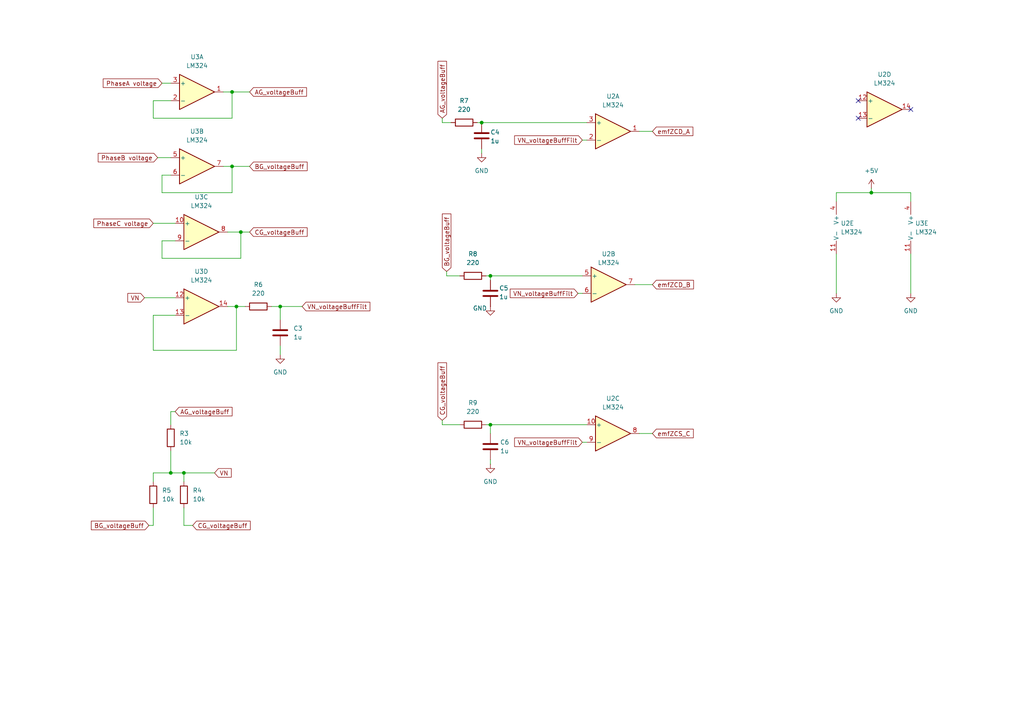
<source format=kicad_sch>
(kicad_sch (version 20250114) (generator "eeschema") (generator_version "9.0")
  (paper "A4")
  (lib_symbols
    (symbol "Amplifier_Operational:LM324" (pin_names (offset 0.127))
      (property "Reference" "U" (at 0 5.08 0))
      (property "Value" "LM324" (at 0 -5.08 0))
      (symbol "LM324_1_1"
        (polyline (pts (xy -5.08 5.08) (xy 5.08 0) (xy -5.08 -5.08) (xy -5.08 5.08)) (stroke (width 0.254)) (fill (type background)))
        (pin input line (at -7.62 2.54 0) (length 2.54) (name "+") (number "3"))
        (pin input line (at -7.62 -2.54 0) (length 2.54) (name "-") (number "2"))
        (pin output line (at 7.62 0 180) (length 2.54) (name "~") (number "1"))
      )
      (symbol "LM324_2_1"
        (polyline (pts (xy -5.08 5.08) (xy 5.08 0) (xy -5.08 -5.08) (xy -5.08 5.08)) (stroke (width 0.254)) (fill (type background)))
        (pin input line (at -7.62 2.54 0) (length 2.54) (name "+") (number "5"))
        (pin input line (at -7.62 -2.54 0) (length 2.54) (name "-") (number "6"))
        (pin output line (at 7.62 0 180) (length 2.54) (name "~") (number "7"))
      )
      (symbol "LM324_3_1"
        (polyline (pts (xy -5.08 5.08) (xy 5.08 0) (xy -5.08 -5.08) (xy -5.08 5.08)) (stroke (width 0.254)) (fill (type background)))
        (pin input line (at -7.62 2.54 0) (length 2.54) (name "+") (number "10"))
        (pin input line (at -7.62 -2.54 0) (length 2.54) (name "-") (number "9"))
        (pin output line (at 7.62 0 180) (length 2.54) (name "~") (number "8"))
      )
      (symbol "LM324_4_1"
        (polyline (pts (xy -5.08 5.08) (xy 5.08 0) (xy -5.08 -5.08) (xy -5.08 5.08)) (stroke (width 0.254)) (fill (type background)))
        (pin input line (at -7.62 2.54 0) (length 2.54) (name "+") (number "12"))
        (pin input line (at -7.62 -2.54 0) (length 2.54) (name "-") (number "13"))
        (pin output line (at 7.62 0 180) (length 2.54) (name "~") (number "14"))
      )
      (symbol "LM324_5_1"
        (pin power_in line (at -2.54 7.62 270) (length 3.81) (name "V+") (number "4"))
        (pin power_in line (at -2.54 -7.62 90) (length 3.81) (name "V-") (number "11"))
      )
    )
    (symbol "Device:C" (pin_numbers (hide yes)) (pin_names (offset 0.254))
      (property "Reference" "C" (at 0.635 2.54 0))
      (property "Value" "C" (at 0.635 -2.54 0))
      (symbol "C_0_1"
        (polyline (pts (xy -2.032 0.762) (xy 2.032 0.762)) (stroke (width 0.508)))
        (polyline (pts (xy -2.032 -0.762) (xy 2.032 -0.762)) (stroke (width 0.508)))
      )
      (symbol "C_1_1"
        (pin passive line (at 0 3.81 270) (length 2.794) (name "~") (number "1"))
        (pin passive line (at 0 -3.81 90) (length 2.794) (name "~") (number "2"))
      )
    )
    (symbol "Device:R" (pin_numbers (hide yes)) (pin_names (offset 0))
      (property "Reference" "R" (at 2.032 0 90))
      (property "Value" "R" (at 0 0 90))
      (symbol "R_0_1"
        (rectangle (start -1.016 -2.54) (end 1.016 2.54) (stroke (width 0.254)))
      )
      (symbol "R_1_1"
        (pin passive line (at 0 3.81 270) (length 1.27) (name "~") (number "1"))
        (pin passive line (at 0 -3.81 90) (length 1.27) (name "~") (number "2"))
      )
    )
    (symbol "power:+5V" (power) (pin_numbers (hide yes)) (pin_names (offset 0) (hide yes))
      (property "Value" "+5V" (at 0 3.556 0))
      (symbol "+5V_0_1"
        (polyline (pts (xy -0.762 1.27) (xy 0 2.54)))
        (polyline (pts (xy 0 2.54) (xy 0.762 1.27)))
        (polyline (pts (xy 0 0) (xy 0 2.54)))
      )
      (symbol "+5V_1_1"
        (pin power_in line (at 0 0 90) (length 0) (name "~") (number "1"))
      )
    )
    (symbol "power:GND" (power) (pin_numbers (hide yes)) (pin_names (offset 0) (hide yes))
      (property "Value" "GND" (at 0 -3.81 0))
      (symbol "GND_0_1"
        (polyline (pts (xy 0 0) (xy 0 -1.27) (xy 1.27 -1.27) (xy 0 -2.54) (xy -1.27 -1.27) (xy 0 -1.27)))
      )
      (symbol "GND_1_1"
        (pin power_in line (at 0 0 270) (length 0) (name "~") (number "1"))
      )
    )
  )
  (junction (at 53.34 137.16))
  (junction (at 142.24 80.01))
  (junction (at 67.31 48.26))
  (junction (at 49.53 137.16))
  (junction (at 69.85 67.31))
  (junction (at 142.24 123.19))
  (junction (at 68.58 88.9))
  (junction (at 81.28 88.9))
  (junction (at 67.31 26.67))
  (junction (at 252.73 55.88))
  (junction (at 139.7 35.56))
  (no_connect (at 264.16 31.75))
  (no_connect (at 248.92 29.21))
  (no_connect (at 248.92 34.29))
  (wire (pts (xy 129.54 80.01) (xy 133.35 80.01)))
  (wire (pts (xy 81.28 100.33) (xy 81.28 102.87)))
  (wire (pts (xy 55.88 152.4) (xy 53.34 152.4)))
  (wire (pts (xy 242.57 55.88) (xy 242.57 58.42)))
  (wire (pts (xy 140.97 123.19) (xy 142.24 123.19)))
  (wire (pts (xy 242.57 73.66) (xy 242.57 85.09)))
  (wire (pts (xy 242.57 55.88) (xy 252.73 55.88)))
  (wire (pts (xy 44.45 91.44) (xy 44.45 101.6)))
  (wire (pts (xy 46.99 69.85) (xy 46.99 74.93)))
  (wire (pts (xy 128.27 123.19) (xy 133.35 123.19)))
  (wire (pts (xy 69.85 67.31) (xy 72.39 67.31)))
  (wire (pts (xy 168.91 40.64) (xy 170.18 40.64)))
  (wire (pts (xy 68.58 88.9) (xy 66.04 88.9)))
  (wire (pts (xy 128.27 35.56) (xy 130.81 35.56)))
  (wire (pts (xy 142.24 80.01) (xy 168.91 80.01)))
  (wire (pts (xy 138.43 35.56) (xy 139.7 35.56)))
  (wire (pts (xy 252.73 54.61) (xy 252.73 55.88)))
  (wire (pts (xy 53.34 137.16) (xy 62.23 137.16)))
  (wire (pts (xy 53.34 152.4) (xy 53.34 147.32)))
  (wire (pts (xy 81.28 88.9) (xy 87.63 88.9)))
  (wire (pts (xy 67.31 48.26) (xy 72.39 48.26)))
  (wire (pts (xy 49.53 137.16) (xy 53.34 137.16)))
  (wire (pts (xy 46.99 74.93) (xy 69.85 74.93)))
  (wire (pts (xy 78.74 88.9) (xy 81.28 88.9)))
  (wire (pts (xy 44.45 152.4) (xy 44.45 147.32)))
  (wire (pts (xy 142.24 133.35) (xy 142.24 134.62)))
  (wire (pts (xy 49.53 119.38) (xy 49.53 123.19)))
  (wire (pts (xy 64.77 26.67) (xy 67.31 26.67)))
  (wire (pts (xy 69.85 67.31) (xy 66.04 67.31)))
  (wire (pts (xy 128.27 34.29) (xy 128.27 35.56)))
  (wire (pts (xy 49.53 50.8) (xy 46.99 50.8)))
  (wire (pts (xy 67.31 48.26) (xy 64.77 48.26)))
  (wire (pts (xy 264.16 55.88) (xy 264.16 58.42)))
  (wire (pts (xy 44.45 139.7) (xy 44.45 137.16)))
  (wire (pts (xy 46.99 50.8) (xy 46.99 55.88)))
  (wire (pts (xy 44.45 29.21) (xy 44.45 34.29)))
  (wire (pts (xy 140.97 80.01) (xy 142.24 80.01)))
  (wire (pts (xy 67.31 26.67) (xy 72.39 26.67)))
  (wire (pts (xy 185.42 38.1) (xy 189.23 38.1)))
  (wire (pts (xy 69.85 74.93) (xy 69.85 67.31)))
  (wire (pts (xy 167.64 85.09) (xy 168.91 85.09)))
  (wire (pts (xy 46.99 55.88) (xy 67.31 55.88)))
  (wire (pts (xy 139.7 35.56) (xy 170.18 35.56)))
  (wire (pts (xy 129.54 80.01) (xy 129.54 78.74)))
  (wire (pts (xy 142.24 80.01) (xy 142.24 81.28)))
  (wire (pts (xy 184.15 82.55) (xy 189.23 82.55)))
  (wire (pts (xy 168.91 128.27) (xy 170.18 128.27)))
  (wire (pts (xy 43.18 152.4) (xy 44.45 152.4)))
  (wire (pts (xy 44.45 64.77) (xy 50.8 64.77)))
  (wire (pts (xy 185.42 125.73) (xy 189.23 125.73)))
  (wire (pts (xy 44.45 34.29) (xy 67.31 34.29)))
  (wire (pts (xy 139.7 43.18) (xy 139.7 44.45)))
  (wire (pts (xy 81.28 88.9) (xy 81.28 92.71)))
  (wire (pts (xy 142.24 123.19) (xy 142.24 125.73)))
  (wire (pts (xy 68.58 88.9) (xy 71.12 88.9)))
  (wire (pts (xy 50.8 69.85) (xy 46.99 69.85)))
  (wire (pts (xy 67.31 34.29) (xy 67.31 26.67)))
  (wire (pts (xy 49.53 29.21) (xy 44.45 29.21)))
  (wire (pts (xy 45.72 45.72) (xy 49.53 45.72)))
  (wire (pts (xy 50.8 119.38) (xy 49.53 119.38)))
  (wire (pts (xy 46.99 24.13) (xy 49.53 24.13)))
  (wire (pts (xy 50.8 91.44) (xy 44.45 91.44)))
  (wire (pts (xy 128.27 121.92) (xy 128.27 123.19)))
  (wire (pts (xy 44.45 101.6) (xy 68.58 101.6)))
  (wire (pts (xy 41.91 86.36) (xy 50.8 86.36)))
  (wire (pts (xy 252.73 55.88) (xy 264.16 55.88)))
  (wire (pts (xy 49.53 130.81) (xy 49.53 137.16)))
  (wire (pts (xy 53.34 137.16) (xy 53.34 139.7)))
  (wire (pts (xy 264.16 73.66) (xy 264.16 85.09)))
  (wire (pts (xy 67.31 55.88) (xy 67.31 48.26)))
  (wire (pts (xy 44.45 137.16) (xy 49.53 137.16)))
  (wire (pts (xy 142.24 123.19) (xy 170.18 123.19)))
  (wire (pts (xy 68.58 101.6) (xy 68.58 88.9)))
  (global_label "PhaseB voltage" (shape input) (at 45.72 45.72 180) (property "Intersheetrefs" "${INTERSHEET_REFS}" (effects (hide yes))))
  (global_label "BG_voltageBuff" (shape input) (at 129.54 78.74 90) (property "Intersheetrefs" "${INTERSHEET_REFS}" (effects (hide yes))))
  (global_label "CG_voltageBuff" (shape input) (at 55.88 152.4 0) (property "Intersheetrefs" "${INTERSHEET_REFS}" (effects (hide yes))))
  (global_label "VN_voltageBuffFilt" (shape input) (at 168.91 40.64 180) (property "Intersheetrefs" "${INTERSHEET_REFS}" (effects (hide yes))))
  (global_label "AG_voltageBuff" (shape input) (at 50.8 119.38 0) (property "Intersheetrefs" "${INTERSHEET_REFS}" (effects (hide yes))))
  (global_label "PhaseC voltage" (shape input) (at 44.45 64.77 180) (property "Intersheetrefs" "${INTERSHEET_REFS}" (effects (hide yes))))
  (global_label "emfZCD_A" (shape input) (at 189.23 38.1 0) (property "Intersheetrefs" "${INTERSHEET_REFS}" (effects (hide yes))))
  (global_label "VN" (shape input) (at 41.91 86.36 180) (property "Intersheetrefs" "${INTERSHEET_REFS}" (effects (hide yes))))
  (global_label "BG_voltageBuff" (shape input) (at 43.18 152.4 180) (property "Intersheetrefs" "${INTERSHEET_REFS}" (effects (hide yes))))
  (global_label "CG_voltageBuff" (shape input) (at 72.39 67.31 0) (property "Intersheetrefs" "${INTERSHEET_REFS}" (effects (hide yes))))
  (global_label "VN_voltageBuffFilt" (shape input) (at 167.64 85.09 180) (property "Intersheetrefs" "${INTERSHEET_REFS}" (effects (hide yes))))
  (global_label "AG_voltageBuff" (shape input) (at 72.39 26.67 0) (property "Intersheetrefs" "${INTERSHEET_REFS}" (effects (hide yes))))
  (global_label "VN" (shape input) (at 62.23 137.16 0) (property "Intersheetrefs" "${INTERSHEET_REFS}" (effects (hide yes))))
  (global_label "VN_voltageBuffFilt" (shape input) (at 87.63 88.9 0) (property "Intersheetrefs" "${INTERSHEET_REFS}" (effects (hide yes))))
  (global_label "AG_voltageBuff" (shape input) (at 128.27 34.29 90) (property "Intersheetrefs" "${INTERSHEET_REFS}" (effects (hide yes))))
  (global_label "PhaseA voltage" (shape input) (at 46.99 24.13 180) (property "Intersheetrefs" "${INTERSHEET_REFS}" (effects (hide yes))))
  (global_label "CG_voltageBuff" (shape input) (at 128.27 121.92 90) (property "Intersheetrefs" "${INTERSHEET_REFS}" (effects (hide yes))))
  (global_label "BG_voltageBuff" (shape input) (at 72.39 48.26 0) (property "Intersheetrefs" "${INTERSHEET_REFS}" (effects (hide yes))))
  (global_label "emfZCS_C" (shape input) (at 189.23 125.73 0) (property "Intersheetrefs" "${INTERSHEET_REFS}" (effects (hide yes))))
  (global_label "emfZCD_B" (shape input) (at 189.23 82.55 0) (property "Intersheetrefs" "${INTERSHEET_REFS}" (effects (hide yes))))
  (global_label "VN_voltageBuffFilt" (shape input) (at 168.91 128.27 180) (property "Intersheetrefs" "${INTERSHEET_REFS}" (effects (hide yes))))
  (symbol (lib_id "Amplifier_Operational:LM324") (at 58.42 88.9 0) (unit 4)
    (property "Reference" "U3" (at 58.42 78.74 0))
    (property "Value" "LM324" (at 58.42 81.28 0))
    (property "Datasheet" "http://www.ti.com/lit/ds/symlink/lm2902-n.pdf" (effects (hide yes)))
    (property "Description" "Low-Power, Quad-Operational Amplifiers, DIP-14/SOIC-14/SSOP-14" (effects (hide yes)))
  )
  (symbol (lib_id "power:GND") (at 142.24 134.62 0) (unit 1)
    (property "Reference" "#PWR024" (effects (hide yes)))
    (property "Value" "GND" (at 142.24 139.7 0))
    (property "Description" "Power symbol creates a global label with name \"GND\" , ground" (effects (hide yes)))
  )
  (symbol (lib_id "power:GND") (at 81.28 102.87 0) (unit 1)
    (property "Reference" "#PWR021" (effects (hide yes)))
    (property "Value" "GND" (at 81.28 107.95 0))
    (property "Description" "Power symbol creates a global label with name \"GND\" , ground" (effects (hide yes)))
  )
  (symbol (lib_id "Device:R") (at 49.53 127 0) (unit 1)
    (property "Reference" "R3" (at 52.07 125.7299 0) (effects (justify left)))
    (property "Value" "10k" (at 52.07 128.2699 0) (effects (justify left)))
    (property "Description" "Resistor" (effects (hide yes)))
  )
  (symbol (lib_id "Amplifier_Operational:LM324") (at 176.53 82.55 0) (unit 2)
    (property "Reference" "U2" (at 176.53 73.66 0))
    (property "Value" "LM324" (at 176.53 76.2 0))
    (property "Datasheet" "http://www.ti.com/lit/ds/symlink/lm2902-n.pdf" (effects (hide yes)))
    (property "Description" "Low-Power, Quad-Operational Amplifiers, DIP-14/SOIC-14/SSOP-14" (effects (hide yes)))
  )
  (symbol (lib_id "Amplifier_Operational:LM324") (at 57.15 48.26 0) (unit 2)
    (property "Reference" "U3" (at 57.15 38.1 0))
    (property "Value" "LM324" (at 57.15 40.64 0))
    (property "Datasheet" "http://www.ti.com/lit/ds/symlink/lm2902-n.pdf" (effects (hide yes)))
    (property "Description" "Low-Power, Quad-Operational Amplifiers, DIP-14/SOIC-14/SSOP-14" (effects (hide yes)))
  )
  (symbol (lib_id "Device:R") (at 134.62 35.56 90) (unit 1)
    (property "Reference" "R7" (at 134.62 29.21 90))
    (property "Value" "220" (at 134.62 31.75 90))
    (property "Description" "Resistor" (effects (hide yes)))
  )
  (symbol (lib_id "Device:R") (at 137.16 123.19 90) (unit 1)
    (property "Reference" "R9" (at 137.16 116.84 90))
    (property "Value" "220" (at 137.16 119.38 90))
    (property "Description" "Resistor" (effects (hide yes)))
  )
  (symbol (lib_id "Amplifier_Operational:LM324") (at 177.8 125.73 0) (unit 3)
    (property "Reference" "U2" (at 177.8 115.57 0))
    (property "Value" "LM324" (at 177.8 118.11 0))
    (property "Datasheet" "http://www.ti.com/lit/ds/symlink/lm2902-n.pdf" (effects (hide yes)))
    (property "Description" "Low-Power, Quad-Operational Amplifiers, DIP-14/SOIC-14/SSOP-14" (effects (hide yes)))
  )
  (symbol (lib_id "Device:R") (at 137.16 80.01 90) (unit 1)
    (property "Reference" "R8" (at 137.16 73.66 90))
    (property "Value" "220" (at 137.16 76.2 90))
    (property "Description" "Resistor" (effects (hide yes)))
  )
  (symbol (lib_id "Device:R") (at 44.45 143.51 0) (unit 1)
    (property "Reference" "R5" (at 46.99 142.2399 0) (effects (justify left)))
    (property "Value" "10k" (at 46.99 144.7799 0) (effects (justify left)))
    (property "Description" "Resistor" (effects (hide yes)))
  )
  (symbol (lib_id "Device:R") (at 53.34 143.51 0) (unit 1)
    (property "Reference" "R4" (at 55.88 142.2399 0) (effects (justify left)))
    (property "Value" "10k" (at 55.88 144.7799 0) (effects (justify left)))
    (property "Description" "Resistor" (effects (hide yes)))
  )
  (symbol (lib_id "power:GND") (at 242.57 85.09 0) (unit 1)
    (property "Reference" "#PWR05" (effects (hide yes)))
    (property "Value" "GND" (at 242.57 90.17 0))
    (property "Description" "Power symbol creates a global label with name \"GND\" , ground" (effects (hide yes)))
  )
  (symbol (lib_id "Amplifier_Operational:LM324") (at 256.54 31.75 0) (unit 4)
    (property "Reference" "U2" (at 256.54 21.59 0))
    (property "Value" "LM324" (at 256.54 24.13 0))
    (property "Datasheet" "http://www.ti.com/lit/ds/symlink/lm2902-n.pdf" (effects (hide yes)))
    (property "Description" "Low-Power, Quad-Operational Amplifiers, DIP-14/SOIC-14/SSOP-14" (effects (hide yes)))
  )
  (symbol (lib_id "Amplifier_Operational:LM324") (at 245.11 66.04 0) (unit 5)
    (property "Reference" "U2" (at 243.84 64.7699 0) (effects (justify left)))
    (property "Value" "LM324" (at 243.84 67.3099 0) (effects (justify left)))
    (property "Datasheet" "http://www.ti.com/lit/ds/symlink/lm2902-n.pdf" (effects (hide yes)))
    (property "Description" "Low-Power, Quad-Operational Amplifiers, DIP-14/SOIC-14/SSOP-14" (effects (hide yes)))
  )
  (symbol (lib_id "Device:C") (at 139.7 39.37 0) (unit 1)
    (property "Reference" "C4" (at 142.24 38.354 0) (effects (justify left)))
    (property "Value" "1u" (at 142.24 40.894 0) (effects (justify left)))
    (property "Description" "Unpolarized capacitor" (effects (hide yes)))
  )
  (symbol (lib_id "Amplifier_Operational:LM324") (at 57.15 26.67 0) (unit 1)
    (property "Reference" "U3" (at 57.15 16.51 0))
    (property "Value" "LM324" (at 57.15 19.05 0))
    (property "Datasheet" "http://www.ti.com/lit/ds/symlink/lm2902-n.pdf" (effects (hide yes)))
    (property "Description" "Low-Power, Quad-Operational Amplifiers, DIP-14/SOIC-14/SSOP-14" (effects (hide yes)))
  )
  (symbol (lib_id "Device:C") (at 81.28 96.52 0) (unit 1)
    (property "Reference" "C3" (at 85.09 95.2499 0) (effects (justify left)))
    (property "Value" "1u" (at 85.09 97.7899 0) (effects (justify left)))
    (property "Description" "Unpolarized capacitor" (effects (hide yes)))
  )
  (symbol (lib_id "Amplifier_Operational:LM324") (at 266.7 66.04 0) (unit 5)
    (property "Reference" "U3" (at 265.43 64.7699 0) (effects (justify left)))
    (property "Value" "LM324" (at 265.43 67.3099 0) (effects (justify left)))
    (property "Datasheet" "http://www.ti.com/lit/ds/symlink/lm2902-n.pdf" (effects (hide yes)))
    (property "Description" "Low-Power, Quad-Operational Amplifiers, DIP-14/SOIC-14/SSOP-14" (effects (hide yes)))
  )
  (symbol (lib_id "power:GND") (at 139.7 44.45 0) (unit 1)
    (property "Reference" "#PWR022" (effects (hide yes)))
    (property "Value" "GND" (at 139.7 49.53 0))
    (property "Description" "Power symbol creates a global label with name \"GND\" , ground" (effects (hide yes)))
  )
  (symbol (lib_id "power:+5V") (at 252.73 54.61 0) (unit 1)
    (property "Reference" "#PWR04" (effects (hide yes)))
    (property "Value" "+5V" (at 252.73 49.53 0))
    (property "Description" "Power symbol creates a global label with name \"+5V\"" (effects (hide yes)))
  )
  (symbol (lib_id "power:GND") (at 142.24 88.9 0) (unit 1)
    (property "Reference" "#PWR023" (effects (hide yes)))
    (property "Value" "GND" (at 139.192 89.408 0))
    (property "Description" "Power symbol creates a global label with name \"GND\" , ground" (effects (hide yes)))
  )
  (symbol (lib_id "Device:C") (at 142.24 85.09 0) (unit 1)
    (property "Reference" "C5" (at 144.78 83.566 0) (effects (justify left)))
    (property "Value" "1u" (at 144.78 86.106 0) (effects (justify left)))
    (property "Description" "Unpolarized capacitor" (effects (hide yes)))
  )
  (symbol (lib_id "Amplifier_Operational:LM324") (at 58.42 67.31 0) (unit 3)
    (property "Reference" "U3" (at 58.42 57.15 0))
    (property "Value" "LM324" (at 58.42 59.69 0))
    (property "Datasheet" "http://www.ti.com/lit/ds/symlink/lm2902-n.pdf" (effects (hide yes)))
    (property "Description" "Low-Power, Quad-Operational Amplifiers, DIP-14/SOIC-14/SSOP-14" (effects (hide yes)))
  )
  (symbol (lib_id "power:GND") (at 264.16 85.09 0) (unit 1)
    (property "Reference" "#PWR02" (effects (hide yes)))
    (property "Value" "GND" (at 264.16 90.17 0))
    (property "Description" "Power symbol creates a global label with name \"GND\" , ground" (effects (hide yes)))
  )
  (symbol (lib_id "Device:R") (at 74.93 88.9 90) (unit 1)
    (property "Reference" "R6" (at 74.93 82.55 90))
    (property "Value" "220" (at 74.93 85.09 90))
    (property "Description" "Resistor" (effects (hide yes)))
  )
  (symbol (lib_id "Amplifier_Operational:LM324") (at 177.8 38.1 0) (unit 1)
    (property "Reference" "U2" (at 177.8 27.94 0))
    (property "Value" "LM324" (at 177.8 30.48 0))
    (property "Datasheet" "http://www.ti.com/lit/ds/symlink/lm2902-n.pdf" (effects (hide yes)))
    (property "Description" "Low-Power, Quad-Operational Amplifiers, DIP-14/SOIC-14/SSOP-14" (effects (hide yes)))
  )
  (symbol (lib_id "Device:C") (at 142.24 129.54 0) (unit 1)
    (property "Reference" "C6" (at 145.034 128.27 0) (effects (justify left)))
    (property "Value" "1u" (at 145.034 130.81 0) (effects (justify left)))
    (property "Description" "Unpolarized capacitor" (effects (hide yes)))
  )
)
</source>
